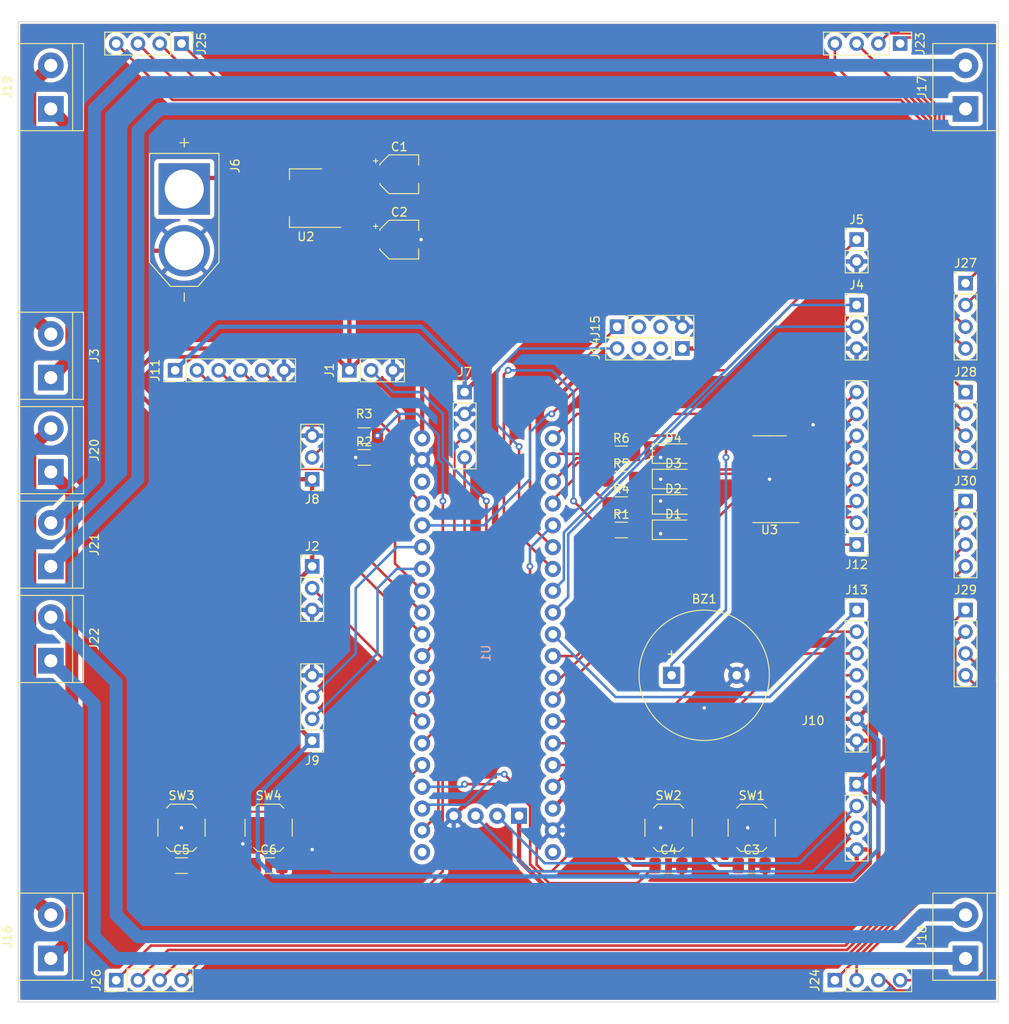
<source format=kicad_pcb>
(kicad_pcb (version 20221018) (generator pcbnew)
  (layers (0 "F.Cu" signal) (31 "B.Cu" signal) (34 "B.Paste" user) (35 "F.Paste" user) (36 "B.SilkS" user "B.Silkscreen") (37 "F.SilkS" user "F.Silkscreen") (38 "B.Mask" user) (39 "F.Mask" user) (44 "Edge.Cuts" user))
  (net 0 "")
  (net 1 "/BUZZ")
  (net 2 "GND")
  (net 3 "/2S_BATT")
  (net 4 "+5V")
  (net 5 "/DHT22")
  (net 6 "/Volt_Sensor")
  (net 7 "/ESP_TX")
  (net 8 "/ESP_RX")
  (net 9 "/COM_TX")
  (net 10 "/COM_RX")
  (net 11 "/ALERT_OUT")
  (net 12 "+3.3V")
  (net 13 "/BNO08X_RX")
  (net 14 "/BNO08X_TX")
  (net 15 "/J_R")
  (net 16 "/LoadCell_OUT")
  (net 17 "/LoadCell_IN")
  (net 18 "/SWDIO")
  (net 19 "/SWCLK")
  (net 20 "/BUILT_LED")
  (net 21 "/Current_Sensor")
  (net 22 "/LED_RED")
  (net 23 "/LED_GREEN")
  (net 24 "/LED_BLUE")
  (net 25 "/UI_BTN3")
  (net 26 "/LCD_RST")
  (net 27 "/MUL_SCK")
  (net 28 "/MUL_Latch")
  (net 29 "/MUL_MOSI")
  (net 30 "/LCD_CS")
  (net 31 "/LCD_RS")
  (net 32 "/LCD_WR")
  (net 33 "/LCD_RD")
  (net 36 "/UI_BTN1")
  (net 37 "/UI_BTN2")
  (net 38 "/RST")
  (net 39 "/UWB_SCK")
  (net 40 "/UWB_MISO")
  (net 41 "/UWB_MOSI")
  (net 42 "/UWB_CS")
  (net 44 "/D0")
  (net 45 "/D1")
  (net 46 "/D2")
  (net 47 "/D3")
  (net 48 "/D4")
  (net 49 "/D5")
  (net 50 "/D6")
  (net 51 "/D7")
  (net 57 "/R_LEDB")
  (net 58 "/R_LEDR")
  (net 59 "/R_LEDG")
  (net 60 "/R_LEDBL")
  (net 61 "/CONA+")
  (net 62 "/CONA-")
  (net 63 "/CONB+")
  (net 64 "/CONB-")
  (net 65 "/CONC+")
  (net 66 "/CONC-")
  (net 67 "/COND+")
  (net 68 "/COND-")
  (net 69 "/VCCA")
  (net 70 "/TXA")
  (net 71 "/RXA")
  (net 72 "/GNDA")
  (net 73 "/VCCB")
  (net 74 "/TXB")
  (net 75 "/RXB")
  (net 76 "/GNDB")
  (net 77 "/VCCC")
  (net 78 "/TXC")
  (net 79 "/RXC")
  (net 80 "/GNDC")
  (net 81 "/VCCD")
  (net 82 "/TXD")
  (net 83 "/RXD")
  (net 84 "/GNDD")
  (footprint "Connector_PinHeader_2.54mm:PinHeader_1x03_P2.54mm_Vertical" (layer "F.Cu") (at 157.48 66.04)
    (fp_text reference "J4")
    (fp_text value "COM")
  )
  (footprint "TerminalBlock:TerminalBlock_bornier-2_P5.08mm" (layer "F.Cu") (at 63.5 96.52 90)
    (fp_text reference "J21")
    (fp_text value "MTR_C")
  )
  (footprint "Connector_PinHeader_2.54mm:PinHeader_1x04_P2.54mm_Vertical" (layer "F.Cu") (at 157.48 121.92)
    (fp_text reference "J10")
    (fp_text value "PRGM")
  )
  (footprint "Resistor_SMD:R_1206_3216Metric_Pad1.30x1.75mm_HandSolder" (layer "F.Cu") (at 100.05 83.82)
    (fp_text reference "R2")
    (fp_text value "5K")
  )
  (footprint "XT60:AMASS_XT60-M" (layer "F.Cu") (at 79.06 56.12 -90)
    (fp_text reference "J6")
    (fp_text value "BATTMCU")
  )
  (footprint "Connector_PinHeader_2.54mm:PinHeader_1x03_P2.54mm_Vertical" (layer "F.Cu") (at 98.32 73.66 90)
    (fp_text reference "J1")
    (fp_text value "DHT22")
  )
  (footprint "Connector_PinHeader_2.54mm:PinHeader_1x02_P2.54mm_Vertical" (layer "F.Cu") (at 157.48 58.42)
    (fp_text reference "J5")
    (fp_text value "ALERT")
  )
  (footprint "Button_Switch_SMD:SW_Push_1P1T_XKB_TS-1187A" (layer "F.Cu") (at 88.9 127)
    (fp_text reference "SW4")
    (fp_text value "RST")
  )
  (footprint "Connector_PinHeader_2.54mm:PinHeader_1x04_P2.54mm_Vertical" (layer "F.Cu") (at 162.56 35.56 -90)
    (fp_text reference "J23")
    (fp_text value "DRV_ENCA")
  )
  (footprint "Button_Switch_SMD:SW_Push_1P1T_XKB_TS-1187A" (layer "F.Cu") (at 135.54 127)
    (fp_text reference "SW2")
    (fp_text value "BTN2")
  )
  (footprint "Capacitor_SMD:CP_Elec_4x5.4" (layer "F.Cu") (at 104.14 50.8)
    (fp_text reference "C1")
    (fp_text value "10uF")
  )
  (footprint "Connector_PinHeader_2.54mm:PinHeader_1x03_P2.54mm_Vertical" (layer "F.Cu") (at 93.98 86.36 180)
    (fp_text reference "J8")
    (fp_text value "CURRENTSENSOR")
  )
  (footprint "Connector_PinHeader_2.54mm:PinHeader_1x03_P2.54mm_Vertical" (layer "F.Cu") (at 93.98 96.52)
    (fp_text reference "J2")
    (fp_text value "VOLTSENSOR")
  )
  (footprint "Capacitor_SMD:C_1206_3216Metric_Pad1.33x1.80mm_HandSolder" (layer "F.Cu") (at 145.24 131.415)
    (fp_text reference "C3")
    (fp_text value "C")
  )
  (footprint "TerminalBlock:TerminalBlock_bornier-2_P5.08mm" (layer "F.Cu") (at 63.5 142.24 90)
    (fp_text reference "J16")
    (fp_text value "DRV_B")
  )
  (footprint "TerminalBlock:TerminalBlock_bornier-2_P5.08mm" (layer "F.Cu") (at 63.5 85.513334 90)
    (fp_text reference "J20")
    (fp_text value "MTR_B")
  )
  (footprint "Connector_PinHeader_2.54mm:PinHeader_1x07_P2.54mm_Vertical" (layer "F.Cu") (at 157.48 101.6)
    (fp_text reference "J13")
    (fp_text value "LCDTOUCH")
  )
  (footprint "Resistor_SMD:R_1206_3216Metric_Pad1.30x1.75mm_HandSolder" (layer "F.Cu") (at 130.0375 83.4)
    (fp_text reference "R6")
    (fp_text value "330")
  )
  (footprint "Capacitor_SMD:C_1206_3216Metric_Pad1.33x1.80mm_HandSolder" (layer "F.Cu") (at 135.54 131.415)
    (fp_text reference "C4")
    (fp_text value "C")
  )
  (footprint "Connector_PinHeader_2.54mm:PinHeader_1x04_P2.54mm_Vertical" (layer "F.Cu") (at 137.16 71.12 -90)
    (fp_text reference "J14")
    (fp_text value "ESP01A")
  )
  (footprint "Connector_PinHeader_2.54mm:PinHeader_1x04_P2.54mm_Vertical" (layer "F.Cu") (at 129.54 68.58 90)
    (fp_text reference "J15")
    (fp_text value "ESP01B")
  )
  (footprint "Connector_PinHeader_2.54mm:PinHeader_1x04_P2.54mm_Vertical" (layer "F.Cu") (at 170.18 76.2)
    (fp_text reference "J28")
    (fp_text value "ENCC")
  )
  (footprint "Buzzer_Beeper:Buzzer_15x7.5RM7.6" (layer "F.Cu") (at 135.9 109.22)
    (fp_text reference "BZ1")
    (fp_text value "Buzzer")
  )
  (footprint "Resistor_SMD:R_1206_3216Metric_Pad1.30x1.75mm_HandSolder" (layer "F.Cu") (at 130.0375 92.28)
    (fp_text reference "R1")
    (fp_text value "330")
  )
  (footprint "Package_TO_SOT_SMD:SOT-223-3_TabPin2" (layer "F.Cu") (at 93.24 53.58 180)
    (fp_text reference "U2")
    (fp_text value "AMS1117-5.0")
  )
  (footprint "Connector_PinHeader_2.54mm:PinHeader_1x04_P2.54mm_Vertical" (layer "F.Cu") (at 111.76 76.2)
    (fp_text reference "J7")
    (fp_text value "BNO08X")
  )
  (footprint "Connector_PinHeader_2.54mm:PinHeader_1x04_P2.54mm_Vertical" (layer "F.Cu") (at 93.98 116.84 180)
    (fp_text reference "J9")
    (fp_text value "LOADCELL")
  )
  (footprint "Connector_PinHeader_2.54mm:PinHeader_1x04_P2.54mm_Vertical" (layer "F.Cu") (at 154.94 144.78 90)
    (fp_text reference "J24")
    (fp_text value "DRV_ENCB")
  )
  (footprint "Resistor_SMD:R_1206_3216Metric_Pad1.30x1.75mm_HandSolder" (layer "F.Cu") (at 130.0375 86.36)
    (fp_text reference "R5")
    (fp_text value "330")
  )
  (footprint "Button_Switch_SMD:SW_Push_1P1T_XKB_TS-1187A" (layer "F.Cu") (at 78.74 127)
    (fp_text reference "SW3")
    (fp_text value "BTN3")
  )
  (footprint "Capacitor_SMD:C_1206_3216Metric_Pad1.33x1.80mm_HandSolder" (layer "F.Cu") (at 78.74 131.415)
    (fp_text reference "C5")
    (fp_text value "C")
  )
  (footprint "Connector_PinHeader_2.54mm:PinHeader_1x04_P2.54mm_Vertical" (layer "F.Cu") (at 170.18 63.5)
    (fp_text reference "J27")
    (fp_text value "ENCA")
  )
  (footprint "Connector_PinHeader_2.54mm:PinHeader_1x06_P2.54mm_Vertical" (layer "F.Cu") (at 78 73.66 90)
    (fp_text reference "J11")
    (fp_text value "UWB")
  )
  (footprint "Capacitor_SMD:CP_Elec_4x5.4" (layer "F.Cu") (at 104.14 58.42)
    (fp_text reference "C2")
    (fp_text value "10uF")
  )
  (footprint "TerminalBlock:TerminalBlock_bornier-2_P5.08mm" (layer "F.Cu") (at 63.5 74.506668 90)
    (fp_text reference "J3")
    (fp_text value "DRV_A")
  )
  (footprint "Package_SO:SOIC-16_3.9x9.9mm_P1.27mm" (layer "F.Cu") (at 147.32 86.36 180)
    (fp_text reference "U3")
    (fp_text value "74HC595")
  )
  (footprint "Connector_PinHeader_2.54mm:PinHeader_1x04_P2.54mm_Vertical" (layer "F.Cu") (at 170.18 101.6)
    (fp_text reference "J29")
    (fp_text value "ENCB")
  )
  (footprint "Resistor_SMD:R_1206_3216Metric_Pad1.30x1.75mm_HandSolder" (layer "F.Cu") (at 130.0375 89.32)
    (fp_text reference "R4")
    (fp_text value "330")
  )
  (footprint "Connector_PinHeader_2.54mm:PinHeader_1x04_P2.54mm_Vertical" (layer "F.Cu") (at 71.12 144.78 90)
    (fp_text reference "J26")
    (fp_text value "DRV_ENCD")
  )
  (footprint "LED_SMD:LED_1206_3216Metric_Pad1.42x1.75mm_HandSolder" (layer "F.Cu") (at 136.1075 86.335)
    (fp_text reference "D3")
    (fp_text value "GLED")
  )
  (footprint "TerminalBlock:TerminalBlock_bornier-2_P5.08mm" (layer "F.Cu") (at 170.18 43.18 90)
    (fp_text reference "J17")
    (fp_text value "DRV_C")
  )
  (footprint "Connector_PinHeader_2.54mm:PinHeader_1x04_P2.54mm_Vertical" (layer "F.Cu") (at 170.18 88.9)
    (fp_text reference "J30")
    (fp_text value "ENCD")
  )
  (footprint "Capacitor_SMD:C_1206_3216Metric_Pad1.33x1.80mm_HandSolder" (layer "F.Cu") (at 88.9 131.415)
    (fp_text reference "C6")
    (fp_text value "C")
  )
  (footprint "Connector_PinHeader_2.54mm:PinHeader_1x04_P2.54mm_Vertical" (layer "F.Cu") (at 78.74 35.56 -90)
    (fp_text reference "J25")
    (fp_text value "DRV_ENCC")
  )
  (footprint "TerminalBlock:TerminalBlock_bornier-2_P5.08mm" (layer "F.Cu") (at 170.18 142.24 90)
    (fp_text reference "J18")
    (fp_text value "DRV_D")
  )
  (footprint "LED_SMD:LED_1206_3216Metric_Pad1.42x1.75mm_HandSolder" (layer "F.Cu") (at 136.1075 92.255)
    (fp_text reference "D1")
    (fp_text value "BLED")
  )
  (footprint "Button_Switch_SMD:SW_Push_1P1T_XKB_TS-1187A" (layer "F.Cu") (at 145.24 127)
    (fp_text reference "SW1")
    (fp_text value "BTN1")
  )
  (footprint "Connector_PinHeader_2.54mm:PinHeader_1x08_P2.54mm_Vertical" (layer "F.Cu") (at 157.48 93.98 180)
    (fp_text reference "J12")
    (fp_text value "LCDDATA")
  )
  (footprint "LED_SMD:LED_1206_3216Metric_Pad1.42x1.75mm_HandSolder" (layer "F.Cu") (at 136.1075 83.375)
    (fp_text reference "D4")
    (fp_text value "BLLED")
  )
  (footprint "TerminalBlock:TerminalBlock_bornier-2_P5.08mm" (layer "F.Cu") (at 63.5 43.18 90)
    (fp_text reference "J19")
    (fp_text value "MTR_A")
  )
  (footprint "TerminalBlock:TerminalBlock_bornier-2_P5.08mm" (layer "F.Cu") (at 63.5 107.526668 90)
    (fp_text reference "J22")
    (fp_text value "MTR_D")
  )
  (footprint "Resistor_SMD:R_1206_3216Metric_Pad1.30x1.75mm_HandSolder" (layer "F.Cu") (at 100.05 81.28 180)
    (fp_text reference "R3")
    (fp_text value "5K")
  )
  (footprint "LED_SMD:LED_1206_3216Metric_Pad1.42x1.75mm_HandSolder" (layer "F.Cu") (at 136.1075 89.295)
    (fp_text reference "D2")
    (fp_text value "RLED")
  )
  (footprint "kicad_blackpill-main:BlackPill_STLINK" (layer "B.Cu") (at 114.3 106.68 180)
    (fp_text reference "U1")
    (fp_text value "BlackPill_STLINK")
  )
  (gr_rect (start 59.69 33.02) (end 173.99 147.32) (stroke (width 0.1)) (fill none) (layer "Edge.Cuts"))
  (segment (start 122.047 81.58) (end 124.887 78.74) (width 0.3) (layer "F.Cu") (net 1))
  (segment (start 142.24 81.28) (end 142.24 83.82) (width 0.3) (layer "F.Cu") (net 1))
  (segment (start 139.7 78.74) (end 142.24 81.28) (width 0.3) (layer "F.Cu") (net 1))
  (segment (start 124.887 78.74) (end 139.7 78.74) (width 0.3) (layer "F.Cu") (net 1))
  (via (at 142.24 83.82) (size 0.8) (drill 0.4) (layers "F.Cu" "B.Cu") (net 1))
  (segment (start 135.9 107.94) (end 142.24 101.6) (width 0.3) (layer "B.Cu") (net 1))
  (segment (start 142.24 101.6) (end 142.24 83.82) (width 0.3) (layer "B.Cu") (net 1))
  (segment (start 135.9 109.22) (end 135.9 107.94) (width 0.3) (layer "B.Cu") (net 1))
  (segment (start 105.94 58.42) (end 105.94 50.8) (width 0.5) (layer "F.Cu") (net 2))
  (segment (start 91.9 128.875) (end 85.9 128.875) (width 0.5) (layer "F.Cu") (net 2))
  (segment (start 74.96 59.72) (end 79.06 59.72) (width 0.5) (layer "F.Cu") (net 2))
  (segment (start 81.74 128.875) (end 75.74 128.875) (width 0.5) (layer "F.Cu") (net 2))
  (segment (start 73.66 58.42) (end 74.96 59.72) (width 0.5) (layer "F.Cu") (net 2))
  (segment (start 139.7 113.03) (end 139.7 113.02) (width 0.5) (layer "F.Cu") (net 2))
  (segment (start 75.66 46.26) (end 73.66 48.26) (width 0.5) (layer "F.Cu") (net 2))
  (segment (start 101.4 46.26) (end 75.66 46.26) (width 0.5) (layer "F.Cu") (net 2))
  (segment (start 151.7 80.01) (end 152.4 80.01) (width 0.5) (layer "F.Cu") (net 2))
  (segment (start 149.795 81.915) (end 151.7 80.01) (width 0.5) (layer "F.Cu") (net 2))
  (segment (start 139.7 113.02) (end 143.5 109.22) (width 0.5) (layer "F.Cu") (net 2))
  (segment (start 73.66 48.26) (end 73.66 58.42) (width 0.5) (layer "F.Cu") (net 2))
  (segment (start 105.94 50.8) (end 101.4 46.26) (width 0.5) (layer "F.Cu") (net 2))
  (via (at 144.78 127) (size 0.8) (drill 0.4) (layers "F.Cu" "B.Cu") (net 2))
  (via (at 106.68 58.42) (size 0.8) (drill 0.4) (layers "F.Cu" "B.Cu") (net 2))
  (via (at 99.06 83.82) (size 0.8) (drill 0.4) (layers "F.Cu" "B.Cu") (net 2))
  (via (at 134.62 127) (size 0.8) (drill 0.4) (layers "F.Cu" "B.Cu") (net 2))
  (via (at 134.62 86.36) (size 0.8) (drill 0.4) (layers "F.Cu" "B.Cu") (net 2))
  (via (at 147.32 86.36) (size 0.8) (drill 0.4) (layers "F.Cu" "B.Cu") (net 2))
  (via (at 78.74 127) (size 0.8) (drill 0.4) (layers "F.Cu" "B.Cu") (net 2))
  (via (at 85.9 128.875) (size 0.8) (drill 0.4) (layers "F.Cu" "B.Cu") (net 2))
  (via (at 152.4 80.01) (size 0.8) (drill 0.4) (layers "F.Cu" "B.Cu") (net 2))
  (via (at 134.62 92.71) (size 0.8) (drill 0.4) (layers "F.Cu" "B.Cu") (net 2))
  (via (at 134.62 88.9) (size 0.8) (drill 0.4) (layers "F.Cu" "B.Cu") (net 2))
  (via (at 134.62 83.82) (size 0.8) (drill 0.4) (layers "F.Cu" "B.Cu") (net 2))
  (via (at 139.7 113.03) (size 0.8) (drill 0.4) (layers "F.Cu" "B.Cu") (net 2))
  (via (at 93.98 129.54) (size 0.8) (drill 0.4) (layers "F.Cu" "B.Cu") (net 2))
  (segment (start 96.42 131.98) (end 93.98 129.54) (width 0.5) (layer "B.Cu") (net 2))
  (segment (start 80.615 128.875) (end 78.74 127) (width 0.5) (layer "B.Cu") (net 2))
  (segment (start 126.7 127.3) (end 139.7 114.3) (width 0.5) (layer "B.Cu") (net 2))
  (segment (start 127 58.42) (end 137.16 68.58) (width 0.5) (layer "B.Cu") (net 2))
  (segment (start 111.76 78.74) (end 113.06 77.44) (width 0.5) (layer "B.Cu") (net 2))
  (segment (start 110.49 125.603) (end 110.49 129.54) (width 0.5) (layer "B.Cu") (net 2))
  (segment (start 113.06 64.8) (end 106.68 58.42) (width 0.5) (layer "B.Cu") (net 2))
  (segment (start 139.7 114.3) (end 139.7 113.03) (width 0.5) (layer "B.Cu") (net 2))
  (segment (start 106.68 58.42) (end 127 58.42) (width 0.5) (layer "B.Cu") (net 2))
  (segment (start 113.06 77.44) (end 113.06 64.8) (width 0.5) (layer "B.Cu") (net 2))
  (segment (start 109.22 130.81) (end 108.05 131.98) (width 0.5) (layer "B.Cu") (net 2))
  (segment (start 122.047 127.3) (end 126.7 127.3) (width 0.5) (layer "B.Cu") (net 2))
  (segment (start 110.49 129.54) (end 109.22 130.81) (width 0.5) (layer "B.Cu") (net 2))
  (segment (start 108.05 131.98) (end 96.42 131.98) (width 0.5) (layer "B.Cu") (net 2))
  (segment (start 85.9 128.875) (end 80.615 128.875) (width 0.5) (layer "B.Cu") (net 2))
  (segment (start 96.39 51.28) (end 101.86 51.28) (width 0.5) (layer "F.Cu") (net 3))
  (segment (start 79.06 52.52) (end 80.35 51.23) (width 0.5) (layer "F.Cu") (net 3))
  (segment (start 101.86 51.28) (end 102.34 50.8) (width 0.5) (layer "F.Cu") (net 3))
  (segment (start 96.34 51.23) (end 96.39 51.28) (width 0.5) (layer "F.Cu") (net 3))
  (segment (start 80.35 51.23) (end 96.34 51.23) (width 0.5) (layer "F.Cu") (net 3))
  (segment (start 160.02 76.2) (end 160.02 96.52) (width 0.5) (layer "F.Cu") (net 4))
  (segment (start 73.66 73.66) (end 73.66 76.2) (width 0.5) (layer "F.Cu") (net 4))
  (segment (start 98.32 73.66) (end 98.32 62.44) (width 0.5) (layer "F.Cu") (net 4))
  (segment (start 104.14 71.12) (end 106.807 73.787) (width 0.5) (layer "F.Cu") (net 4))
  (segment (start 93.98 86.36) (end 93.98 96.52) (width 0.5) (layer "F.Cu") (net 4))
  (segment (start 153.1 99.06) (end 144.845 90.805) (width 0.5) (layer "F.Cu") (net 4))
  (segment (start 156.222316 73.66) (end 157.48 73.66) (width 0.5) (layer "F.Cu") (net 4))
  (segment (start 93.98 116.84) (end 91.44 114.3) (width 0.5) (layer "F.Cu") (net 4))
  (segment (start 83.82 86.36) (end 93.98 86.36) (width 0.5) (layer "F.Cu") (net 4))
  (segment (start 98.32 73.66) (end 100.86 71.12) (width 0.5) (layer "F.Cu") (net 4))
  (segment (start 157.48 114.3) (end 160.02 111.76) (width 0.5) (layer "F.Cu") (net 4))
  (segment (start 98.32 73.66) (end 95.78 71.12) (width 0.5) (layer "F.Cu") (net 4))
  (segment (start 91.44 114.3) (end 91.44 99.06) (width 0.5) (layer "F.Cu") (net 4))
  (segment (start 144.845 83.185) (end 146.697316 83.185) (width 0.5) (layer "F.Cu") (net 4))
  (segment (start 143.52 121.92) (end 127 121.92) (width 0.5) (layer "F.Cu") (net 4))
  (segment (start 125.3102 123.6098) (end 123.1972 123.6098) (width 0.5) (layer "F.Cu") (net 4))
  (segment (start 157.48 99.06) (end 153.1 99.06) (width 0.5) (layer "F.Cu") (net 4))
  (segment (start 127 121.92) (end 125.3102 123.6098) (width 0.5) (layer "F.Cu") (net 4))
  (segment (start 100.86 71.12) (end 104.14 71.12) (width 0.5) (layer "F.Cu") (net 4))
  (segment (start 90.09 53.58) (end 96.39 53.58) (width 0.5) (layer "F.Cu") (net 4))
  (segment (start 97.5 53.58) (end 102.34 58.42) (width 0.5) (layer "F.Cu") (net 4))
  (segment (start 76.2 71.12) (end 73.66 73.66) (width 0.5) (layer "F.Cu") (net 4))
  (segment (start 123.1972 123.6098) (end 122.047 124.76) (width 0.5) (layer "F.Cu") (net 4))
  (segment (start 96.39 53.58) (end 97.5 53.58) (width 0.5) (layer "F.Cu") (net 4))
  (segment (start 146.697316 83.185) (end 156.222316 73.66) (width 0.5) (layer "F.Cu") (net 4))
  (segment (start 157.48 114.3) (end 151.14 114.3) (width 0.5) (layer "F.Cu") (net 4))
  (segment (start 157.48 73.66) (end 160.02 76.2) (width 0.5) (layer "F.Cu") (net 4))
  (segment (start 95.78 71.12) (end 76.2 71.12) (width 0.5) (layer "F.Cu") (net 4))
  (segment (start 73.66 76.2) (end 83.82 86.36) (width 0.5) (layer "F.Cu") (net 4))
  (segment (start 160.02 96.52) (end 157.48 99.06) (width 0.5) (layer "F.Cu") (net 4))
  (segment (start 91.44 99.06) (end 93.98 96.52) (width 0.5) (layer "F.Cu") (net 4))
  (segment (start 106.807 73.787) (end 106.807 81.58) (width 0.5) (layer "F.Cu") (net 4))
  (segment (start 151.14 114.3) (end 143.52 121.92) (width 0.5) (layer "F.Cu") (net 4))
  (segment (start 160.02 111.76) (end 160.02 96.52) (width 0.5) (layer "F.Cu") (net 4))
  (segment (start 98.32 62.44) (end 102.34 58.42) (width 0.5) (layer "F.Cu") (net 4))
  (segment (start 156.88 132.68) (end 160.02 129.54) (width 0.5) (layer "B.Cu") (net 4))
  (segment (start 87.63 123.19) (end 87.63 130.81) (width 0.5) (layer "B.Cu") (net 4))
  (segment (start 160.02 116.84) (end 157.48 114.3) (width 0.5) (layer "B.Cu") (net 4))
  (segment (start 160.02 129.54) (end 160.02 116.84) (width 0.5) (layer "B.Cu") (net 4))
  (segment (start 87.63 130.81) (end 89.5 132.68) (width 0.5) (layer "B.Cu") (net 4))
  (segment (start 93.98 116.84) (end 87.63 123.19) (width 0.5) (layer "B.Cu") (net 4))
  (segment (start 89.5 132.68) (end 156.88 132.68) (width 0.5) (layer "B.Cu") (net 4))
  (segment (start 106.807 117.14) (end 114.3 109.647) (width 0.3) (layer "F.Cu") (net 5))
  (segment (start 114.3 109.647) (end 114.3 88.9) (width 0.3) (layer "F.Cu") (net 5))
  (via (at 114.3 88.9) (size 0.8) (drill 0.4) (layers "F.Cu" "B.Cu") (net 5))
  (segment (start 103.4 76.2) (end 100.86 73.66) (width 0.3) (layer "B.Cu") (net 5))
  (segment (start 114.3 88.9) (end 109.22 83.82) (width 0.3) (layer "B.Cu") (net 5))
  (segment (start 109.22 83.82) (end 109.22 78.74) (width 0.3) (layer "B.Cu") (net 5))
  (segment (start 109.22 78.74) (end 106.68 76.2) (width 0.3) (layer "B.Cu") (net 5))
  (segment (start 106.68 76.2) (end 103.4 76.2) (width 0.3) (layer "B.Cu") (net 5))
  (segment (start 104.14 109.22) (end 104.14 111.933) (width 0.3) (layer "F.Cu") (net 6))
  (segment (start 104.14 111.933) (end 106.807 114.6) (width 0.3) (layer "F.Cu") (net 6))
  (segment (start 93.98 99.06) (end 104.14 109.22) (width 0.3) (layer "F.Cu") (net 6))
  (segment (start 119.38 91.613) (end 122.047 94.28) (width 0.3) (layer "F.Cu") (net 7))
  (segment (start 129.54 68.58) (end 119.38 78.74) (width 0.3) (layer "F.Cu") (net 7))
  (segment (start 119.38 78.74) (end 119.38 91.613) (width 0.3) (layer "F.Cu") (net 7))
  (segment (start 118.11 82.55) (end 118.11 92.883) (width 0.3) (layer "F.Cu") (net 8))
  (segment (start 118.11 92.883) (end 122.047 96.82) (width 0.3) (layer "F.Cu") (net 8))
  (via (at 118.11 82.55) (size 0.8) (drill 0.4) (layers "F.Cu" "B.Cu") (net 8))
  (segment (start 115.57 73.66) (end 115.57 80.01) (width 0.3) (layer "B.Cu") (net 8))
  (segment (start 118.11 71.12) (end 115.57 73.66) (width 0.3) (layer "B.Cu") (net 8))
  (segment (start 129.54 71.12) (end 118.11 71.12) (width 0.3) (layer "B.Cu") (net 8))
  (segment (start 115.57 80.01) (end 118.11 82.55) (width 0.3) (layer "B.Cu") (net 8))
  (segment (start 149.86 66.04) (end 157.48 66.04) (width 0.3) (layer "B.Cu") (net 9))
  (segment (start 122.047 99.36) (end 123.3368 98.0702) (width 0.3) (layer "B.Cu") (net 9))
  (segment (start 123.3368 92.5632) (end 149.86 66.04) (width 0.3) (layer "B.Cu") (net 9))
  (segment (start 123.3368 98.0702) (end 123.3368 92.5632) (width 0.3) (layer "B.Cu") (net 9))
  (segment (start 148.027106 68.58) (end 157.48 68.58) (width 0.3) (layer "B.Cu") (net 10))
  (segment (start 122.047 101.9) (end 123.8368 100.1102) (width 0.3) (layer "B.Cu") (net 10))
  (segment (start 123.8368 92.770306) (end 148.027106 68.58) (width 0.3) (layer "B.Cu") (net 10))
  (segment (start 123.8368 100.1102) (end 123.8368 92.770306) (width 0.3) (layer "B.Cu") (net 10))
  (segment (start 142.24 73.66) (end 127 73.66) (width 0.3) (layer "F.Cu") (net 11))
  (segment (start 127 73.66) (end 121.92 78.74) (width 0.3) (layer "F.Cu") (net 11))
  (segment (start 157.48 58.42) (end 142.24 73.66) (width 0.3) (layer "F.Cu") (net 11))
  (via (at 121.92 78.74) (size 0.8) (drill 0.4) (layers "F.Cu" "B.Cu") (net 11))
  (segment (start 114 91.74) (end 106.807 91.74) (width 0.3) (layer "B.Cu") (net 11))
  (segment (start 119.38 80.872747) (end 119.38 86.36) (width 0.3) (layer "B.Cu") (net 11))
  (segment (start 121.512747 78.74) (end 119.38 80.872747) (width 0.3) (layer "B.Cu") (net 11))
  (segment (start 119.38 86.36) (end 114 91.74) (width 0.3) (layer "B.Cu") (net 11))
  (segment (start 121.92 78.74) (end 121.512747 78.74) (width 0.3) (layer "B.Cu") (net 11))
  (segment (start 157.48 121.92) (end 160.74 118.66) (width 0.5) (layer "F.Cu") (net 12))
  (segment (start 160.74 118.66) (end 160.74 59.14) (width 0.5) (layer "F.Cu") (net 12))
  (segment (start 111.76 76.2) (end 124.46 63.5) (width 0.5) (layer "F.Cu") (net 12))
  (segment (start 124.46 63.5) (end 147.32 63.5) (width 0.5) (layer "F.Cu") (net 12))
  (segment (start 157.48 55.88) (end 154.94 55.88) (width 0.5) (layer "F.Cu") (net 12))
  (segment (start 147.32 63.5) (end 153.67 57.15) (width 0.5) (layer "F.Cu") (net 12))
  (segment (start 118.11 130.81) (end 121.36 134.06) (width 0.5) (layer "F.Cu") (net 12))
  (segment (start 157.48 134.06) (end 160.02 131.52) (width 0.5) (layer "F.Cu") (net 12))
  (segment (start 154.94 55.88) (end 139.7 71.12) (width 0.5) (layer "F.Cu") (net 12))
  (segment (start 160.02 131.52) (end 160.02 124.46) (width 0.5) (layer "F.Cu") (net 12))
  (segment (start 160.02 124.46) (end 157.48 121.92) (width 0.5) (layer "F.Cu") (net 12))
  (segment (start 121.36 134.06) (end 157.48 134.06) (width 0.5) (layer "F.Cu") (net 12))
  (segment (start 139.7 71.12) (end 137.16 71.12) (width 0.5) (layer "F.Cu") (net 12))
  (segment (start 118.11 125.603) (end 118.11 130.81) (width 0.5) (layer "F.Cu") (net 12))
  (segment (start 160.74 59.14) (end 157.48 55.88) (width 0.5) (layer "F.Cu") (net 12))
  (segment (start 106.68 68.58) (end 111.76 73.66) (width 0.5) (layer "B.Cu") (net 12))
  (segment (start 78 73.66) (end 83.08 68.58) (width 0.5) (layer "B.Cu") (net 12))
  (segment (start 83.08 68.58) (end 106.68 68.58) (width 0.5) (layer "B.Cu") (net 12))
  (segment (start 111.76 73.66) (end 111.76 76.2) (width 0.5) (layer "B.Cu") (net 12))
  (segment (start 110.56 82.48) (end 110.56 105.767) (width 0.3) (layer "F.Cu") (net 13))
  (segment (start 110.56 105.767) (end 106.807 109.52) (width 0.3) (layer "F.Cu") (net 13))
  (segment (start 111.76 81.28) (end 110.56 82.48) (width 0.3) (layer "F.Cu") (net 13))
  (segment (start 111.76 107.107) (end 106.807 112.06) (width 0.3) (layer "F.Cu") (net 14))
  (segment (start 111.76 83.82) (end 111.76 107.107) (width 0.3) (layer "F.Cu") (net 14))
  (segment (start 96.52 81.28) (end 98.5 81.28) (width 0.3) (layer "F.Cu") (net 15))
  (segment (start 93.98 83.82) (end 96.52 81.28) (width 0.3) (layer "F.Cu") (net 15))
  (segment (start 101.6 99.06) (end 103.84 96.82) (width 0.3) (layer "B.Cu") (net 16))
  (segment (start 93.98 114.3) (end 101.6 106.68) (width 0.3) (layer "B.Cu") (net 16))
  (segment (start 101.6 106.68) (end 101.6 99.06) (width 0.3) (layer "B.Cu") (net 16))
  (segment (start 103.84 96.82) (end 106.807 96.82) (width 0.3) (layer "B.Cu") (net 16))
  (segment (start 99.06 106.68) (end 99.06 99.06) (width 0.3) (layer "B.Cu") (net 17))
  (segment (start 93.98 111.76) (end 99.06 106.68) (width 0.3) (layer "B.Cu") (net 17))
  (segment (start 103.84 94.28) (end 106.807 94.28) (width 0.3) (layer "B.Cu") (net 17))
  (segment (start 99.06 99.06) (end 103.84 94.28) (width 0.3) (layer "B.Cu") (net 17))
  (segment (start 115.57 125.603) (end 121.0968 131.1298) (width 0.3) (layer "B.Cu") (net 18))
  (segment (start 150.8102 131.1298) (end 157.48 124.46) (width 0.3) (layer "B.Cu") (net 18))
  (segment (start 121.0968 131.1298) (end 150.8102 131.1298) (width 0.3) (layer "B.Cu") (net 18))
  (segment (start 113.03 125.73) (end 119.38 132.08) (width 0.3) (layer "B.Cu") (net 19))
  (segment (start 119.38 132.08) (end 152.4 132.08) (width 0.3) (layer "B.Cu") (net 19))
  (segment (start 113.03 125.603) (end 113.03 125.73) (width 0.3) (layer "B.Cu") (net 19))
  (segment (start 152.4 132.08) (end 157.48 127) (width 0.3) (layer "B.Cu") (net 19))
  (segment (start 116.84 109.22) (end 116.84 106.68) (width 0.3) (layer "F.Cu") (net 20))
  (segment (start 116.34 74.16) (end 116.84 73.66) (width 0.3) (layer "F.Cu") (net 20))
  (segment (start 124.46 88.9) (end 127.84 92.28) (width 0.3) (layer "F.Cu") (net 20))
  (segment (start 116.84 106.68) (end 116.34 106.18) (width 0.3) (layer "F.Cu") (net 20))
  (segment (start 108.7002 117.3598) (end 116.84 109.22) (width 0.3) (layer "F.Cu") (net 20))
  (segment (start 116.34 78.74) (end 116.34 74.16) (width 0.3) (layer "F.Cu") (net 20))
  (segment (start 116.34 106.18) (end 116.34 78.74) (width 0.3) (layer "F.Cu") (net 20))
  (segment (start 127.84 92.28) (end 128.4875 92.28) (width 0.3) (layer "F.Cu") (net 20))
  (segment (start 108.7002 125.4068) (end 108.7002 117.3598) (width 0.3) (layer "F.Cu") (net 20))
  (segment (start 106.807 127.3) (end 108.7002 125.4068) (width 0.3) (layer "F.Cu") (net 20))
  (via (at 116.84 73.66) (size 0.8) (drill 0.4) (layers "F.Cu" "B.Cu") (net 20))
  (via (at 124.46 88.9) (size 0.8) (drill 0.4) (layers "F.Cu" "B.Cu") (net 20))
  (segment (start 124.46 76.2) (end 124.46 88.9) (width 0.3) (layer "B.Cu") (net 20))
  (segment (start 121.92 73.66) (end 124.46 76.2) (width 0.3) (layer "B.Cu") (net 20))
  (segment (start 116.84 73.66) (end 121.92 73.66) (width 0.3) (layer "B.Cu") (net 20))
  (segment (start 109.22 104.567) (end 109.22 88.9) (width 0.3) (layer "F.Cu") (net 21))
  (segment (start 106.807 106.98) (end 109.22 104.567) (width 0.3) (layer "F.Cu") (net 21))
  (segment (start 101.6 83.82) (end 101.6 81.28) (width 0.3) (layer "F.Cu") (net 21))
  (via (at 101.6 81.28) (size 0.8) (drill 0.4) (layers "F.Cu" "B.Cu") (net 21))
  (via (at 109.22 88.9) (size 0.8) (drill 0.4) (layers "F.Cu" "B.Cu") (net 21))
  (segment (start 108.72 81.224474) (end 106.235526 78.74) (width 0.3) (layer "B.Cu") (net 21))
  (segment (start 109.22 88.9) (end 109.22 84.527106) (width 0.3) (layer "B.Cu") (net 21))
  (segment (start 104.14 78.74) (end 101.6 81.28) (width 0.3) (layer "B.Cu") (net 21))
  (segment (start 109.22 84.527106) (end 108.72 84.027106) (width 0.3) (layer "B.Cu") (net 21))
  (segment (start 108.72 84.027106) (end 108.72 81.224474) (width 0.3) (layer "B.Cu") (net 21))
  (segment (start 106.235526 78.74) (end 104.14 78.74) (width 0.3) (layer "B.Cu") (net 21))
  (segment (start 128.4875 89.32) (end 127 87.8325) (width 0.3) (layer "F.Cu") (net 22))
  (segment (start 125.014106 84.4) (end 124.46 84.954106) (width 0.3) (layer "F.Cu") (net 22))
  (segment (start 122.047 88.773) (end 122.047 89.2) (width 0.3) (layer "F.Cu") (net 22))
  (segment (start 127 85.053356) (end 126.346644 84.4) (width 0.3) (layer "F.Cu") (net 22))
  (segment (start 127 87.8325) (end 127 85.053356) (width 0.3) (layer "F.Cu") (net 22))
  (segment (start 126.346644 84.4) (end 125.014106 84.4) (width 0.3) (layer "F.Cu") (net 22))
  (segment (start 124.46 86.36) (end 122.047 88.773) (width 0.3) (layer "F.Cu") (net 22))
  (segment (start 124.46 84.954106) (end 124.46 86.36) (width 0.3) (layer "F.Cu") (net 22))
  (segment (start 128.4875 86.36) (end 128.4875 85.83375) (width 0.3) (layer "F.Cu") (net 23))
  (segment (start 124.807 83.9) (end 122.047 86.66) (width 0.3) (layer "F.Cu") (net 23))
  (segment (start 128.4875 85.83375) (end 126.55375 83.9) (width 0.3) (layer "F.Cu") (net 23))
  (segment (start 126.55375 83.9) (end 124.807 83.9) (width 0.3) (layer "F.Cu") (net 23))
  (segment (start 122.767 83.4) (end 122.047 84.12) (width 0.3) (layer "F.Cu") (net 24))
  (segment (start 128.4875 83.4) (end 122.767 83.4) (width 0.3) (layer "F.Cu") (net 24))
  (segment (start 75.535 125.125) (end 75.74 125.125) (width 0.3) (layer "F.Cu") (net 25))
  (segment (start 107.14 134.16) (end 109.2002 132.0998) (width 0.3) (layer "F.Cu") (net 25))
  (segment (start 75.535 131.415) (end 73.66 129.54) (width 0.3) (layer "F.Cu") (net 25))
  (segment (start 83.345 131.605) (end 85.9 134.16) (width 0.3) (layer "F.Cu") (net 25))
  (segment (start 73.66 129.54) (end 73.66 127) (width 0.3) (layer "F.Cu") (net 25))
  (segment (start 119.38 109.22) (end 119.38 96.52) (width 0.3) (layer "F.Cu") (net 25))
  (segment (start 83.345 126.73) (end 83.345 131.605) (width 0.3) (layer "F.Cu") (net 25))
  (segment (start 109.2002 119.3998) (end 119.38 109.22) (width 0.3) (layer "F.Cu") (net 25))
  (segment (start 81.74 125.125) (end 83.345 126.73) (width 0.3) (layer "F.Cu") (net 25))
  (segment (start 73.66 127) (end 75.535 125.125) (width 0.3) (layer "F.Cu") (net 25))
  (segment (start 109.2002 132.0998) (end 109.2002 119.3998) (width 0.3) (layer "F.Cu") (net 25))
  (segment (start 85.9 134.16) (end 107.14 134.16) (width 0.3) (layer "F.Cu") (net 25))
  (segment (start 77.1775 131.415) (end 75.535 131.415) (width 0.3) (layer "F.Cu") (net 25))
  (segment (start 75.74 125.125) (end 81.74 125.125) (width 0.3) (layer "F.Cu") (net 25))
  (via (at 119.38 96.52) (size 0.8) (drill 0.4) (layers "F.Cu" "B.Cu") (net 25))
  (segment (start 119.38 96.52) (end 119.38 94.407) (width 0.3) (layer "B.Cu") (net 25))
  (segment (start 119.38 94.407) (end 122.047 91.74) (width 0.3) (layer "B.Cu") (net 25))
  (segment (start 147.32 111.76) (end 157.48 101.6) (width 0.3) (layer "B.Cu") (net 26))
  (segment (start 129.367 111.76) (end 147.32 111.76) (width 0.3) (layer "B.Cu") (net 26))
  (segment (start 122.047 104.44) (end 129.367 111.76) (width 0.3) (layer "B.Cu") (net 26))
  (segment (start 124.812956 106.98) (end 139.7 92.092956) (width 0.3) (layer "F.Cu") (net 27))
  (segment (start 139.7 92.092956) (end 139.7 85.926632) (width 0.3) (layer "F.Cu") (net 27))
  (segment (start 143.39 85.225) (end 144.16 84.455) (width 0.3) (layer "F.Cu") (net 27))
  (segment (start 140.401632 85.225) (end 143.39 85.225) (width 0.3) (layer "F.Cu") (net 27))
  (segment (start 139.7 85.926632) (end 140.401632 85.225) (width 0.3) (layer "F.Cu") (net 27))
  (segment (start 122.047 106.98) (end 124.812956 106.98) (width 0.3) (layer "F.Cu") (net 27))
  (segment (start 144.16 84.455) (end 144.845 84.455) (width 0.3) (layer "F.Cu") (net 27))
  (segment (start 140.2 86.133738) (end 140.608738 85.725) (width 0.3) (layer "F.Cu") (net 28))
  (segment (start 140.2 92.300062) (end 140.2 86.133738) (width 0.3) (layer "F.Cu") (net 28))
  (segment (start 122.980062 109.52) (end 140.2 92.300062) (width 0.3) (layer "F.Cu") (net 28))
  (segment (start 140.608738 85.725) (end 144.845 85.725) (width 0.3) (layer "F.Cu") (net 28))
  (segment (start 122.047 109.52) (end 122.980062 109.52) (width 0.3) (layer "F.Cu") (net 28))
  (segment (start 143.875 88.265) (end 144.845 88.265) (width 0.3) (layer "F.Cu") (net 29))
  (segment (start 140.7 93.407) (end 140.7 91.44) (width 0.3) (layer "F.Cu") (net 29))
  (segment (start 122.047 112.06) (end 140.7 93.407) (width 0.3) (layer "F.Cu") (net 29))
  (segment (start 140.7 91.44) (end 143.875 88.265) (width 0.3) (layer "F.Cu") (net 29))
  (segment (start 134.32 114.6) (end 144.78 104.14) (width 0.3) (layer "F.Cu") (net 30))
  (segment (start 122.047 114.6) (end 134.32 114.6) (width 0.3) (layer "F.Cu") (net 30))
  (segment (start 144.78 104.14) (end 157.48 104.14) (width 0.3) (layer "F.Cu") (net 30))
  (segment (start 149.86 106.68) (end 157.48 106.68) (width 0.3) (layer "F.Cu") (net 31))
  (segment (start 122.047 117.14) (end 139.4 117.14) (width 0.3) (layer "F.Cu") (net 31))
  (segment (start 139.4 117.14) (end 149.86 106.68) (width 0.3) (layer "F.Cu") (net 31))
  (segment (start 152.4 109.22) (end 157.48 109.22) (width 0.3) (layer "F.Cu") (net 32))
  (segment (start 141.94 119.68) (end 152.4 109.22) (width 0.3) (layer "F.Cu") (net 32))
  (segment (start 122.047 119.68) (end 141.94 119.68) (width 0.3) (layer "F.Cu") (net 32))
  (segment (start 122.047 122.22) (end 122.986799 121.280201) (width 0.3) (layer "F.Cu") (net 33))
  (segment (start 152.4 111.76) (end 157.48 111.76) (width 0.3) (layer "F.Cu") (net 33))
  (segment (start 122.986799 121.280201) (end 142.879799 121.280201) (width 0.3) (layer "F.Cu") (net 33))
  (segment (start 142.879799 121.280201) (end 152.4 111.76) (width 0.3) (layer "F.Cu") (net 33))
  (segment (start 139.7 122.71) (end 142.115 125.125) (width 0.3) (layer "F.Cu") (net 36))
  (segment (start 142.24 125.125) (end 148.24 125.125) (width 0.3) (layer "F.Cu") (net 36))
  (segment (start 120.157817 131.302183) (end 120.935634 132.08) (width 0.3) (layer "F.Cu") (net 36))
  (segment (start 120.935634 132.08) (end 121.92 132.08) (width 0.3) (layer "F.Cu") (net 36))
  (segment (start 143.6775 131.415) (end 141.575 131.415) (width 0.3) (layer "F.Cu") (net 36))
  (segment (start 139.7 129.54) (end 139.7 127) (width 0.3) (layer "F.Cu") (net 36))
  (segment (start 141.575 131.415) (end 139.7 129.54) (width 0.3) (layer "F.Cu") (net 36))
  (segment (start 116.381777 120.75467) (end 120.157817 124.53071) (width 0.3) (layer "F.Cu") (net 36))
  (segment (start 131.29 122.71) (end 139.7 122.71) (width 0.3) (layer "F.Cu") (net 36))
  (segment (start 121.92 132.08) (end 131.29 122.71) (width 0.3) (layer "F.Cu") (net 36))
  (segment (start 120.157817 124.53071) (end 120.157817 131.302183) (width 0.3) (layer "F.Cu") (net 36))
  (segment (start 139.7 127) (end 141.575 125.125) (width 0.3) (layer "F.Cu") (net 36))
  (segment (start 142.115 125.125) (end 142.24 125.125) (width 0.3) (layer "F.Cu") (net 36))
  (segment (start 141.575 125.125) (end 142.24 125.125) (width 0.3) (layer "F.Cu") (net 36))
  (via (at 116.381777 120.75467) (size 0.8) (drill 0.4) (layers "F.Cu" "B.Cu") (net 36))
  (segment (start 116.381777 120.75467) (end 115.46533 120.75467) (width 0.3) (layer "B.Cu") (net 36))
  (segment (start 107.2538 124.3132) (end 106.807 124.76) (width 0.3) (layer "B.Cu") (net 36))
  (segment (start 111.9068 124.3132) (end 107.2538 124.3132) (width 0.3) (layer "B.Cu") (net 36))
  (segment (start 115.46533 120.75467) (end 111.9068 124.3132) (width 0.3) (layer "B.Cu") (net 36))
  (segment (start 119.3998 131.251272) (end 119.3998 124.4798) (width 0.3) (layer "F.Cu") (net 37))
  (segment (start 133.9775 131.415) (end 131.9325 133.46) (width 0.3) (layer "F.Cu") (net 37))
  (segment (start 121.608528 133.46) (end 119.3998 131.251272) (width 0.3) (layer "F.Cu") (net 37))
  (segment (start 119.3998 124.4798) (end 116.84 121.92) (width 0.3) (layer "F.Cu") (net 37))
  (segment (start 129.54 127) (end 131.415 125.125) (width 0.3) (layer "F.Cu") (net 37))
  (segment (start 131.9325 133.46) (end 121.608528 133.46) (width 0.3) (layer "F.Cu") (net 37))
  (segment (start 131.415 131.415) (end 129.54 129.54) (width 0.3) (layer "F.Cu") (net 37))
  (segment (start 116.84 121.92) (end 111.76 121.92) (width 0.3) (layer "F.Cu") (net 37))
  (segment (start 131.415 125.125) (end 132.54 125.125) (width 0.3) (layer "F.Cu") (net 37))
  (segment (start 132.54 125.125) (end 138.54 125.125) (width 0.3) (layer "F.Cu") (net 37))
  (segment (start 133.9775 131.415) (end 131.415 131.415) (width 0.3) (layer "F.Cu") (net 37))
  (segment (start 129.54 129.54) (end 129.54 127) (width 0.3) (layer "F.Cu") (net 37))
  (via (at 111.76 121.92) (size 0.8) (drill 0.4) (layers "F.Cu" "B.Cu") (net 37))
  (via (at 111.76 121.92) (size 0.8) (drill 0.4) (layers "F.Cu" "B.Cu") (net 37))
  (segment (start 111.46 122.22) (end 106.807 122.22) (width 0.3) (layer "B.Cu") (net 37))
  (segment (start 111.76 121.92) (end 111.46 122.22) (width 0.3) (layer "B.Cu") (net 37))
  (segment (start 83.82 127) (end 85.695 125.125) (width 0.25) (layer "F.Cu") (net 38))
  (segment (start 87.3375 131.415) (end 85.695 131.415) (width 0.25) (layer "F.Cu") (net 38))
  (segment (start 83.82 129.54) (end 83.82 127) (width 0.25) (layer "F.Cu") (net 38))
  (segment (start 85.9 125.125) (end 91.9 125.125) (width 0.25) (layer "F.Cu") (net 38))
  (segment (start 91.9 125.125) (end 101.362 125.125) (width 0.25) (layer "F.Cu") (net 38))
  (segment (start 85.695 125.125) (end 85.9 125.125) (width 0.25) (layer "F.Cu") (net 38))
  (segment (start 101.362 125.125) (end 106.807 119.68) (width 0.25) (layer "F.Cu") (net 38))
  (segment (start 85.695 131.415) (end 83.82 129.54) (width 0.25) (layer "F.Cu") (net 38))
  (segment (start 95.18 85.16) (end 99.06 89.04) (width 0.3) (layer "F.Cu") (net 39))
  (segment (start 80.54 73.66) (end 92.04 85.16) (width 0.3) (layer "F.Cu") (net 39))
  (segment (start 99.06 89.04) (end 99.06 96.693) (width 0.3) (layer "F.Cu") (net 39))
  (segment (start 99.06 96.693) (end 106.807 104.44) (width 0.3) (layer "F.Cu") (net 39))
  (segment (start 92.04 85.16) (end 95.18 85.16) (width 0.3) (layer "F.Cu") (net 39))
  (segment (start 100.6 81.28) (end 100.6 95.693) (width 0.3) (layer "F.Cu") (net 40))
  (segment (start 100.6 95.693) (end 106.807 101.9) (width 0.3) (layer "F.Cu") (net 40))
  (segment (start 99.375 80.055) (end 100.6 81.28) (width 0.3) (layer "F.Cu") (net 40))
  (segment (start 97.165 80.055) (end 99.375 80.055) (width 0.3) (layer "F.Cu") (net 40))
  (segment (start 83.08 73.66) (end 89.479772 80.059772) (width 0.3) (layer "F.Cu") (net 40))
  (segment (start 89.479772 80.059772) (end 97.160228 80.059772) (width 0.3) (layer "F.Cu") (net 40))
  (segment (start 97.160228 80.059772) (end 97.165 80.055) (width 0.3) (layer "F.Cu") (net 40))
  (segment (start 85.62 73.66) (end 88.16 76.2) (width 0.3) (layer "F.Cu") (net 41))
  (segment (start 88.16 76.2) (end 88.9 76.2) (width 0.3) (layer "F.Cu") (net 41))
  (segment (start 91.44 78.74) (end 100.940456 78.74) (width 0.3) (layer "F.Cu") (net 41))
  (segment (start 100.940456 78.74) (end 103.64 81.439544) (width 0.3) (layer "F.Cu") (net 41))
  (segment (start 103.64 96.193) (end 106.807 99.36) (width 0.3) (layer "F.Cu") (net 41))
  (segment (start 103.64 81.439544) (end 103.64 96.193) (width 0.3) (layer "F.Cu") (net 41))
  (segment (start 88.9 76.2) (end 91.44 78.74) (width 0.3) (layer "F.Cu") (net 41))
  (segment (start 88.16 73.66) (end 90.7 76.2) (width 0.3) (layer "F.Cu") (net 42))
  (segment (start 90.7 76.2) (end 101.6 76.2) (width 0.3) (layer "F.Cu") (net 42))
  (segment (start 104.14 78.74) (end 104.14 86.533) (width 0.3) (layer "F.Cu") (net 42))
  (segment (start 101.6 76.2) (end 104.14 78.74) (width 0.3) (layer "F.Cu") (net 42))
  (segment (start 104.14 86.533) (end 106.807 89.2) (width 0.3) (layer "F.Cu") (net 42))
  (segment (start 144.845 89.535) (end 145.415 89.535) (width 0.3) (layer "F.Cu") (net 44))
  (segment (start 149.86 93.98) (end 157.48 93.98) (width 0.3) (layer "F.Cu") (net 44))
  (segment (start 145.415 89.535) (end 149.86 93.98) (width 0.3) (layer "F.Cu") (net 44))
  (segment (start 156.845 90.805) (end 157.48 91.44) (width 0.3) (layer "F.Cu") (net 45))
  (segment (start 149.795 90.805) (end 156.845 90.805) (width 0.3) (layer "F.Cu") (net 45))
  (segment (start 149.795 89.535) (end 156.845 89.535) (width 0.3) (layer "F.Cu") (net 46))
  (segment (start 156.845 89.535) (end 157.48 88.9) (width 0.3) (layer "F.Cu") (net 46))
  (segment (start 149.795 88.265) (end 155.575 88.265) (width 0.3) (layer "F.Cu") (net 47))
  (segment (start 155.575 88.265) (end 157.48 86.36) (width 0.3) (layer "F.Cu") (net 47))
  (segment (start 154.305 86.995) (end 157.48 83.82) (width 0.3) (layer "F.Cu") (net 48))
  (segment (start 149.795 86.995) (end 154.305 86.995) (width 0.3) (layer "F.Cu") (net 48))
  (segment (start 149.795 85.725) (end 153.035 85.725) (width 0.3) (layer "F.Cu") (net 49))
  (segment (start 153.035 85.725) (end 157.48 81.28) (width 0.3) (layer "F.Cu") (net 49))
  (segment (start 149.795 84.455) (end 151.765 84.455) (width 0.3) (layer "F.Cu") (net 50))
  (segment (start 151.765 84.455) (end 157.48 78.74) (width 0.3) (layer "F.Cu") (net 50))
  (segment (start 149.795 83.185) (end 150.495 83.185) (width 0.3) (layer "F.Cu") (net 51))
  (segment (start 150.495 83.185) (end 157.48 76.2) (width 0.3) (layer "F.Cu") (net 51))
  (segment (start 131.5875 93.155) (end 132.4125 93.98) (width 0.25) (layer "F.Cu") (net 57))
  (segment (start 131.5875 92.28) (end 131.5875 93.155) (width 0.25) (layer "F.Cu") (net 57))
  (segment (start 132.4125 93.98) (end 135.87 93.98) (width 0.25) (layer "F.Cu") (net 57))
  (segment (start 135.87 93.98) (end 137.595 92.255) (width 0.25) (layer "F.Cu") (net 57))
  (segment (start 136.37 88.07) (end 137.595 89.295) (width 0.3) (layer "F.Cu") (net 58))
  (segment (start 131.5875 89.32) (end 132.8375 88.07) (width 0.3) (layer "F.Cu") (net 58))
  (segment (start 132.8375 88.07) (end 136.37 88.07) (width 0.3) (layer "F.Cu") (net 58))
  (segment (start 131.5875 86.36) (end 133.3475 84.6) (width 0.3) (layer "F.Cu") (net 59))
  (segment (start 135.4 84.6) (end 137.16 86.36) (width 0.3) (layer "F.Cu") (net 59))
  (segment (start 133.3475 84.6) (end 135.4 84.6) (width 0.3) (layer "F.Cu") (net 59))
  (segment (start 137.16 86.36) (end 137.57 86.36) (width 0.3) (layer "F.Cu") (net 59))
  (segment (start 137.57 86.36) (end 137.595 86.335) (width 0.3) (layer "F.Cu") (net 59))
  (segment (start 131.5875 81.7725) (end 132.08 81.28) (width 0.3) (layer "F.Cu") (net 60))
  (segment (start 137.595 81.715) (end 137.595 83.375) (width 0.3) (layer "F.Cu") (net 60))
  (segment (start 131.5875 83.4) (end 131.5875 81.7725) (width 0.3) (layer "F.Cu") (net 60))
  (segment (start 137.16 81.28) (end 137.595 81.715) (width 0.3) (layer "F.Cu") (net 60))
  (segment (start 132.08 81.28) (end 137.16 81.28) (width 0.3) (layer "F.Cu") (net 60))
  (segment (start 65.95 72.056668) (end 65.95 45.63) (width 1.5) (layer "F.Cu") (net 61))
  (segment (start 63.5 74.506668) (end 65.95 72.056668) (width 1.5) (layer "F.Cu") (net 61))
  (segment (start 65.95 45.63) (end 63.5 43.18) (width 1.5) (layer "F.Cu") (net 61))
  (segment (start 63.5 69.426668) (end 61.05 66.976668) (width 1.5) (layer "F.Cu") (net 62))
  (segment (start 61.05 40.55) (end 63.5 38.1) (width 1.5) (layer "F.Cu") (net 62))
  (segment (start 61.05 66.976668) (end 61.05 40.55) (width 1.5) (layer "F.Cu") (net 62))
  (segment (start 63.5 85.513334) (end 65.95 87.963334) (width 1.5) (layer "F.Cu") (net 63))
  (segment (start 65.95 87.963334) (end 65.95 139.79) (width 1.5) (layer "F.Cu") (net 63))
  (segment (start 65.95 139.79) (end 63.5 142.24) (width 1.5) (layer "F.Cu") (net 63))
  (segment (start 63.5 137.16) (end 61.05 134.71) (width 1.5) (layer "F.Cu") (net 64))
  (segment (start 61.05 82.883334) (end 63.5 80.433334) (width 1.5) (layer "F.Cu") (net 64))
  (segment (start 61.05 134.71) (end 61.05 82.883334) (width 1.5) (layer "F.Cu") (net 64))
  (segment (start 63.5 96.52) (end 73.66 86.36) (width 1.5) (layer "B.Cu") (net 65))
  (segment (start 73.66 86.36) (end 73.66 45.72) (width 1.5) (layer "B.Cu") (net 65))
  (segment (start 76.2 43.18) (end 170.18 43.18) (width 1.5) (layer "B.Cu") (net 65))
  (segment (start 73.66 45.72) (end 76.2 43.18) (width 1.5) (layer "B.Cu") (net 65))
  (segment (start 63.5 91.44) (end 68.58 86.36) (width 1.5) (layer "B.Cu") (net 66))
  (segment (start 68.58 43.18) (end 73.66 38.1) (width 1.5) (layer "B.Cu") (net 66))
  (segment (start 73.66 38.1) (end 170.18 38.1) (width 1.5) (layer "B.Cu") (net 66))
  (segment (start 68.58 86.36) (end 68.58 43.18) (width 1.5) (layer "B.Cu") (net 66))
  (segment (start 63.5 107.526668) (end 68.58 112.606668) (width 1.5) (layer "B.Cu") (net 67))
  (segment (start 68.58 112.606668) (end 68.58 139.7) (width 1.5) (layer "B.Cu") (net 67))
  (segment (start 71.12 142.24) (end 170.18 142.24) (width 1.5) (layer "B.Cu") (net 67))
  (segment (start 68.58 139.7) (end 71.12 142.24) (width 1.5) (layer "B.Cu") (net 67))
  (segment (start 63.5 102.446668) (end 71.12 110.066668) (width 1.5) (layer "B.Cu") (net 68))
  (segment (start 73.66 139.7) (end 162.56 139.7) (width 1.5) (layer "B.Cu") (net 68))
  (segment (start 71.12 110.066668) (end 71.12 137.16) (width 1.5) (layer "B.Cu") (net 68))
  (segment (start 162.56 139.7) (end 165.1 137.16) (width 1.5) (layer "B.Cu") (net 68))
  (segment (start 165.1 137.16) (end 170.18 137.16) (width 1.5) (layer "B.Cu") (net 68))
  (segment (start 71.12 137.16) (end 73.66 139.7) (width 1.5) (layer "B.Cu") (net 68))
  (segment (start 172.72 36.267106) (end 172.72 60.96) (width 0.3) (layer "F.Cu") (net 69))
  (segment (start 172.72 60.96) (end 170.18 63.5) (width 0.3) (layer "F.Cu") (net 69))
  (segment (start 163.26 34.86) (end 171.312894 34.86) (width 0.3) (layer "F.Cu") (net 69))
  (segment (start 171.312894 34.86) (end 172.72 36.267106) (width 0.3) (layer "F.Cu") (net 69))
  (segment (start 162.56 35.56) (end 163.26 34.86) (width 0.3) (layer "F.Cu") (net 69))
  (segment (start 161.22 34.36) (end 171.52 34.36) (width 0.3) (layer "F.Cu") (net 70))
  (segment (start 173.22 63) (end 170.18 66.04) (width 0.3) (layer "F.Cu") (net 70))
  (segment (start 173.22 36.06) (end 173.22 63) (width 0.3) (layer "F.Cu") (net 70))
  (segment (start 160.02 35.56) (end 161.22 34.36) (width 0.3) (layer "F.Cu") (net 70))
  (segment (start 171.52 34.36) (end 173.22 36.06) (width 0.3) (layer "F.Cu") (net 70))
  (segment (start 157.48 35.56) (end 161.56 39.64) (width 0.3) (layer "F.Cu") (net 71))
  (segment (start 167.64 66.04) (end 170.18 68.58) (width 0.3) (layer "F.Cu") (net 71))
  (segment (start 167.64 43.598682) (end 167.64 66.04) (width 0.3) (layer "F.Cu") (net 71))
  (segment (start 163.681318 39.64) (end 167.64 43.598682) (width 0.3) (layer "F.Cu") (net 71))
  (segment (start 161.56 39.64) (end 163.681318 39.64) (width 0.3) (layer "F.Cu") (net 71))
  (segment (start 163.474212 40.14) (end 167.14 43.805788) (width 0.3) (layer "F.Cu") (net 72))
  (segment (start 156.98 40.14) (end 163.474212 40.14) (width 0.3) (layer "F.Cu") (net 72))
  (segment (start 167.14 43.805788) (end 167.14 68.08) (width 0.3) (layer "F.Cu") (net 72))
  (segment (start 167.14 68.08) (end 170.18 71.12) (width 0.3) (layer "F.Cu") (net 72))
  (segment (start 154.94 35.56) (end 154.94 38.1) (width 0.3) (layer "F.Cu") (net 72))
  (segment (start 154.94 38.1) (end 156.98 40.14) (width 0.3) (layer "F.Cu") (net 72))
  (segment (start 168.48 131.24) (end 168.48 103.3) (width 0.3) (layer "F.Cu") (net 73))
  (segment (start 168.48 103.3) (end 170.18 101.6) (width 0.3) (layer "F.Cu") (net 73))
  (segment (start 154.94 144.78) (end 168.48 131.24) (width 0.3) (layer "F.Cu") (net 73))
  (segment (start 157.48 144.78) (end 157.48 142.947106) (width 0.3) (layer "F.Cu") (net 74))
  (segment (start 168.98 131.447106) (end 168.98 105.34) (width 0.3) (layer "F.Cu") (net 74))
  (segment (start 157.48 142.947106) (end 168.98 131.447106) (width 0.3) (layer "F.Cu") (net 74))
  (segment (start 168.98 105.34) (end 170.18 104.14) (width 0.3) (layer "F.Cu") (net 74))
  (segment (start 172.39 145.98) (end 173.59 144.78) (width 0.3) (layer "F.Cu") (net 75))
  (segment (start 160.02 144.78) (end 160.862943 144.78) (width 0.3) (layer "F.Cu") (net 75))
  (segment (start 173.59 110.09) (end 170.18 106.68) (width 0.3) (layer "F.Cu") (net 75))
  (segment (start 162.062943 145.98) (end 172.39 145.98) (width 0.3) (layer "F.Cu") (net 75))
  (segment (start 160.862943 144.78) (end 162.062943 145.98) (width 0.3) (layer "F.Cu") (net 75))
  (segment (start 173.59 144.78) (end 173.59 110.09) (width 0.3) (layer "F.Cu") (net 75))
  (segment (start 172.72 111.76) (end 170.18 109.22) (width 0.3) (layer "F.Cu") (net 76))
  (segment (start 172.72 143.4) (end 172.72 111.76) (width 0.3) (layer "F.Cu") (net 76))
  (segment (start 171.34 144.78) (end 172.72 143.4) (width 0.3) (layer "F.Cu") (net 76))
  (segment (start 162.56 144.78) (end 171.34 144.78) (width 0.3) (layer "F.Cu") (net 76))
  (segment (start 166.64 44.012894) (end 166.64 72.66) (width 0.3) (layer "F.Cu") (net 77))
  (segment (start 78.74 35.56) (end 83.82 40.64) (width 0.3) (layer "F.Cu") (net 77))
  (segment (start 166.64 72.66) (end 170.18 76.2) (width 0.3) (layer "F.Cu") (net 77))
  (segment (start 83.82 40.64) (end 163.267106 40.64) (width 0.3) (layer "F.Cu") (net 77))
  (segment (start 163.267106 40.64) (end 166.64 44.012894) (width 0.3) (layer "F.Cu") (net 77))
  (segment (start 166.14 74.7) (end 170.18 78.74) (width 0.3) (layer "F.Cu") (net 78))
  (segment (start 166.14 44.22) (end 166.14 74.7) (width 0.3) (layer "F.Cu") (net 78))
  (segment (start 163.06 41.14) (end 166.14 44.22) (width 0.3) (layer "F.Cu") (net 78))
  (segment (start 76.2 35.56) (end 81.78 41.14) (width 0.3) (layer "F.Cu") (net 78))
  (segment (start 81.78 41.14) (end 163.06 41.14) (width 0.3) (layer "F.Cu") (net 78))
  (segment (start 165.64 76.74) (end 170.18 81.28) (width 0.3) (layer "F.Cu") (net 79))
  (segment (start 73.66 35.56) (end 79.74 41.64) (width 0.3) (layer "F.Cu") (net 79))
  (segment (start 79.74 41.64) (end 162.852894 41.64) (width 0.3) (layer "F.Cu") (net 79))
  (segment (start 162.852894 41.64) (end 165.64 44.427106) (width 0.3) (layer "F.Cu") (net 79))
  (segment (start 165.64 44.427106) (end 165.64 76.74) (width 0.3) (layer "F.Cu") (net 79))
  (segment (start 165.1 78.74) (end 170.18 83.82) (width 0.3) (layer "F.Cu") (net 80))
  (segment (start 77.7 42.14) (end 162.645788 42.14) (width 0.3) (layer "F.Cu") (net 80))
  (segment (start 165.1 44.594212) (end 165.1 78.74) (width 0.3) (layer "F.Cu") (net 80))
  (segment (start 162.645788 42.14) (end 165.1 44.594212) (width 0.3) (layer "F.Cu") (net 80))
  (segment (start 71.12 35.56) (end 77.7 42.14) (width 0.3) (layer "F.Cu") (net 80))
  (segment (start 166.48 92.6) (end 170.18 88.9) (width 0.3) (layer "F.Cu") (net 81))
  (segment (start 166.48 130.411576) (end 166.48 92.6) (width 0.3) (layer "F.Cu") (net 81))
  (segment (start 75.16 140.74) (end 156.151576 140.74) (width 0.3) (layer "F.Cu") (net 81))
  (segment (start 156.151576 140.74) (end 166.48 130.411576) (width 0.3) (layer "F.Cu") (net 81))
  (segment (start 71.12 144.78) (end 75.16 140.74) (width 0.3) (layer "F.Cu") (net 81))
  (segment (start 166.98 94.64) (end 170.18 91.44) (width 0.3) (layer "F.Cu") (net 82))
  (segment (start 77.2 141.24) (end 156.358682 141.24) (width 0.3) (layer "F.Cu") (net 82))
  (segment (start 73.66 144.78) (end 77.2 141.24) (width 0.3) (layer "F.Cu") (net 82))
  (segment (start 156.358682 141.24) (end 166.98 130.618682) (width 0.3) (layer "F.Cu") (net 82))
  (segment (start 166.98 130.618682) (end 166.98 94.64) (width 0.3) (layer "F.Cu") (net 82))
  (segment (start 167.48 96.68) (end 170.18 93.98) (width 0.3) (layer "F.Cu") (net 83))
  (segment (start 167.48 130.825788) (end 167.48 96.68) (width 0.3) (layer "F.Cu") (net 83))
  (segment (start 79.24 141.74) (end 156.565788 141.74) (width 0.3) (layer "F.Cu") (net 83))
  (segment (start 156.565788 141.74) (end 167.48 130.825788) (width 0.3) (layer "F.Cu") (net 83))
  (segment (start 76.2 144.78) (end 79.24 141.74) (width 0.3) (layer "F.Cu") (net 83))
  (segment (start 167.98 131.032894) (end 167.98 98.72) (width 0.3) (layer "F.Cu") (net 84))
  (segment (start 156.772894 142.24) (end 167.98 131.032894) (width 0.3) (layer "F.Cu") (net 84))
  (segment (start 167.98 98.72) (end 170.18 96.52) (width 0.3) (layer "F.Cu") (net 84))
  (segment (start 78.74 144.78) (end 81.28 142.24) (width 0.3) (layer "F.Cu") (net 84))
  (segment (start 81.28 142.24) (end 156.772894 142.24) (width 0.3) (layer "F.Cu") (net 84))
  (zone (net 2) (net_name "GND") (layers "F&B.Cu") (connect_pads (clearance 0.5)) (min_thickness 0.25) (fill yes (thermal_gap 0.5) (thermal_bridge_width 0.5))
    (polygon (pts (xy 58.42 30.48) (xy 58.42 149.86) (xy 175.26 149.86) (xy 175.26 30.48)))
  )
)
</source>
